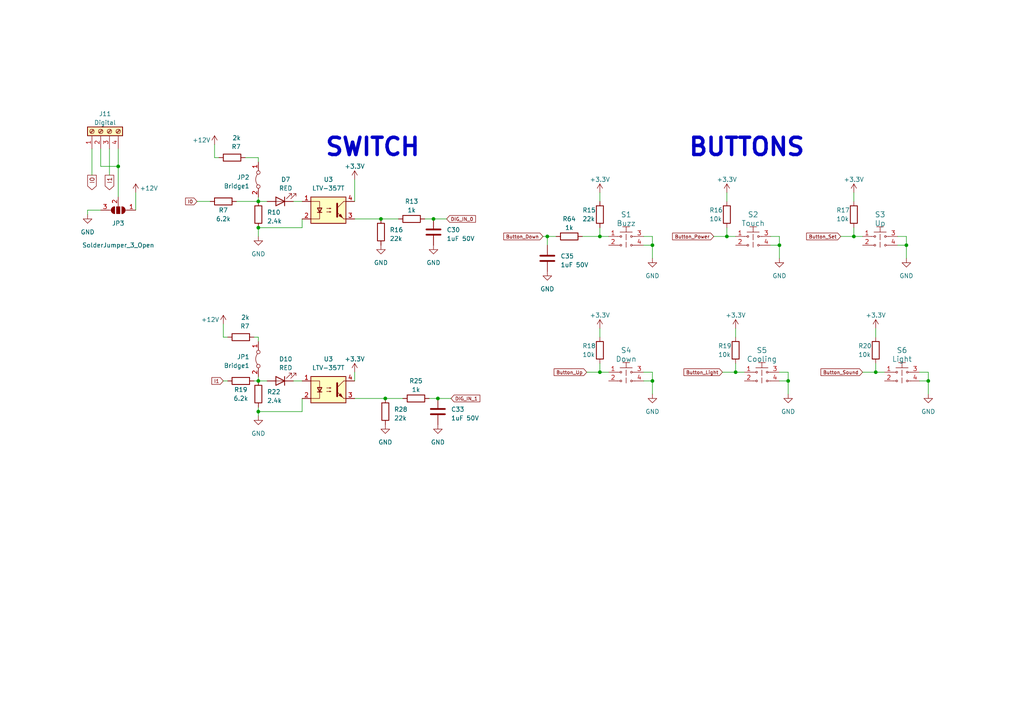
<source format=kicad_sch>
(kicad_sch (version 20230121) (generator eeschema)
  (paper "A4")
  (lib_symbols
    (symbol "1-Capacitor:C_0805" (pin_numbers hide) (pin_names (offset 0.254))
      (property "Reference" "C" (at 0.635 2.54 0))
      (property "Value" "C_0805" (at 0.635 -2.54 0))
      (symbol "C_0805_0_1"
        (polyline (pts (xy -2.032 -0.762) (xy 2.032 -0.762)) (stroke (width 0.508)))
        (polyline (pts (xy -2.032 0.762) (xy 2.032 0.762)) (stroke (width 0.508)))
      )
      (symbol "C_0805_1_1"
        (pin passive line (at 0 3.81 270) (length 2.794) (name "~") (number "1"))
        (pin passive line (at 0 -3.81 90) (length 2.794) (name "~") (number "2"))
      )
    )
    (symbol "1-Led:LED_0805" (pin_numbers hide) (pin_names (offset 1.016) hide)
      (property "Reference" "D" (at 0 2.54 0))
      (property "Value" "LED_0805" (at 0 -2.54 0))
      (symbol "LED_0805_0_1"
        (polyline (pts (xy -1.27 -1.27) (xy -1.27 1.27)) (stroke (width 0.254)))
        (polyline (pts (xy -1.27 0) (xy 1.27 0)))
        (polyline (pts (xy 1.27 -1.27) (xy 1.27 1.27) (xy -1.27 0) (xy 1.27 -1.27)) (stroke (width 0.254)))
        (polyline (pts (xy -3.048 -0.762) (xy -4.572 -2.286) (xy -3.81 -2.286) (xy -4.572 -2.286) (xy -4.572 -1.524)))
        (polyline (pts (xy -1.778 -0.762) (xy -3.302 -2.286) (xy -2.54 -2.286) (xy -3.302 -2.286) (xy -3.302 -1.524)))
      )
      (symbol "LED_0805_1_1"
        (pin passive line (at -3.81 0 0) (length 2.54) (name "K") (number "1"))
        (pin passive line (at 3.81 0 180) (length 2.54) (name "A") (number "2"))
      )
    )
    (symbol "1-Resistor:R_0603" (pin_numbers hide) (pin_names (offset 0))
      (property "Reference" "R" (at 2.032 0 90))
      (property "Value" "R_0603" (at -2.54 0 90))
      (symbol "R_0603_0_1"
        (rectangle (start -1.016 -2.54) (end 1.016 2.54) (stroke (width 0.254)))
      )
      (symbol "R_0603_1_1"
        (pin passive line (at 0 3.81 270) (length 1.27) (name "~") (number "1"))
        (pin passive line (at 0 -3.81 90) (length 1.27) (name "~") (number "2"))
      )
    )
    (symbol "1-Resistor:R_0805" (pin_numbers hide) (pin_names (offset 0))
      (property "Reference" "R" (at 2.032 0 90))
      (property "Value" "R_0805" (at -2.54 0 90))
      (symbol "R_0805_0_1"
        (rectangle (start -1.016 -2.54) (end 1.016 2.54) (stroke (width 0.254)))
      )
      (symbol "R_0805_1_1"
        (pin passive line (at 0 3.81 270) (length 1.27) (name "~") (number "1"))
        (pin passive line (at 0 -3.81 90) (length 1.27) (name "~") (number "2"))
      )
    )
    (symbol "1-Resistor:R_1206" (pin_numbers hide) (pin_names (offset 0))
      (property "Reference" "R" (at 2.032 0 90))
      (property "Value" "R_1206" (at -2.54 0 90))
      (symbol "R_1206_0_1"
        (rectangle (start -1.016 -2.54) (end 1.016 2.54) (stroke (width 0.254)))
      )
      (symbol "R_1206_1_1"
        (pin passive line (at 0 3.81 270) (length 1.27) (name "~") (number "1"))
        (pin passive line (at 0 -3.81 90) (length 1.27) (name "~") (number "2"))
      )
    )
    (symbol "1-Switch:SW_PUSH_12mm_H" (pin_names (offset 1.016))
      (property "Reference" "S" (at 0 4.064 0))
      (property "Value" "SW_PUSH_12mm_H" (at 0 -10.16 0))
      (symbol "SW_PUSH_12mm_H_0_1"
        (circle (center -1.524 -2.54) (radius 0.254))
        (circle (center -1.524 0) (radius 0.254))
        (polyline (pts (xy -2.54 -2.54) (xy -1.778 -2.54)))
        (polyline (pts (xy -2.54 0) (xy -1.778 0)))
        (polyline (pts (xy -1.778 1.27) (xy 1.778 1.27)))
        (polyline (pts (xy -1.016 2.794) (xy 1.016 2.794)))
        (polyline (pts (xy 0 1.27) (xy 0 2.794)))
        (polyline (pts (xy 2.54 -2.54) (xy 1.778 -2.54)))
        (polyline (pts (xy 2.54 0) (xy 1.778 0)))
        (polyline (pts (xy -0.0094 0.6603) (xy -0.0094 0.6603) (xy -0.0094 -3.1497)) (stroke (width 0) (type dash)))
        (circle (center 1.524 -2.54) (radius 0.254))
        (circle (center 1.524 0) (radius 0.254))
      )
      (symbol "SW_PUSH_12mm_H_1_1"
        (pin passive line (at -5.08 0 0) (length 2.54) (name "~") (number "1"))
        (pin passive line (at -5.08 -2.54 0) (length 2.54) (name "~") (number "2"))
        (pin passive line (at 5.08 0 180) (length 2.54) (name "~") (number "3"))
        (pin passive line (at 5.08 -2.54 180) (length 2.54) (name "~") (number "4"))
      )
    )
    (symbol "Connector:Screw_Terminal_01x04" (pin_names (offset 1.016) hide)
      (property "Reference" "J" (at 0 5.08 0))
      (property "Value" "Screw_Terminal_01x04" (at 0 -7.62 0))
      (symbol "Screw_Terminal_01x04_1_1"
        (rectangle (start -1.27 3.81) (end 1.27 -6.35) (stroke (width 0.254)) (fill (type background)))
        (circle (center 0 -5.08) (radius 0.635) (stroke (width 0.1524)))
        (circle (center 0 -2.54) (radius 0.635) (stroke (width 0.1524)))
        (polyline (pts (xy -0.5334 -4.7498) (xy 0.3302 -5.588)) (stroke (width 0.1524)))
        (polyline (pts (xy -0.5334 -2.2098) (xy 0.3302 -3.048)) (stroke (width 0.1524)))
        (polyline (pts (xy -0.5334 0.3302) (xy 0.3302 -0.508)) (stroke (width 0.1524)))
        (polyline (pts (xy -0.5334 2.8702) (xy 0.3302 2.032)) (stroke (width 0.1524)))
        (polyline (pts (xy -0.3556 -4.572) (xy 0.508 -5.4102)) (stroke (width 0.1524)))
        (polyline (pts (xy -0.3556 -2.032) (xy 0.508 -2.8702)) (stroke (width 0.1524)))
        (polyline (pts (xy -0.3556 0.508) (xy 0.508 -0.3302)) (stroke (width 0.1524)))
        (polyline (pts (xy -0.3556 3.048) (xy 0.508 2.2098)) (stroke (width 0.1524)))
        (circle (center 0 0) (radius 0.635) (stroke (width 0.1524)))
        (circle (center 0 2.54) (radius 0.635) (stroke (width 0.1524)))
        (pin passive line (at -5.08 2.54 0) (length 3.81) (name "Pin_1") (number "1"))
        (pin passive line (at -5.08 0 0) (length 3.81) (name "Pin_2") (number "2"))
        (pin passive line (at -5.08 -2.54 0) (length 3.81) (name "Pin_3") (number "3"))
        (pin passive line (at -5.08 -5.08 0) (length 3.81) (name "Pin_4") (number "4"))
      )
    )
    (symbol "Isolator:LTV-357T" (pin_names (offset 1.016))
      (property "Reference" "U" (at -5.334 4.826 0))
      (property "Value" "LTV-357T" (at 0 5.08 0))
      (symbol "LTV-357T_0_1"
        (rectangle (start -5.08 3.81) (end 5.08 -3.81) (stroke (width 0.254)) (fill (type background)))
        (polyline (pts (xy -3.175 -0.635) (xy -1.905 -0.635)) (stroke (width 0.254)))
        (polyline (pts (xy 2.54 0.635) (xy 4.445 2.54)))
        (polyline (pts (xy 4.445 -2.54) (xy 2.54 -0.635)) (fill (type outline)))
        (polyline (pts (xy 4.445 -2.54) (xy 5.08 -2.54)))
        (polyline (pts (xy 4.445 2.54) (xy 5.08 2.54)))
        (polyline (pts (xy -5.08 2.54) (xy -2.54 2.54) (xy -2.54 -0.762)))
        (polyline (pts (xy -2.54 -0.635) (xy -2.54 -2.54) (xy -5.08 -2.54)))
        (polyline (pts (xy 2.54 1.905) (xy 2.54 -1.905) (xy 2.54 -1.905)) (stroke (width 0.508)))
        (polyline (pts (xy -2.54 -0.635) (xy -3.175 0.635) (xy -1.905 0.635) (xy -2.54 -0.635)) (stroke (width 0.254)))
        (polyline (pts (xy -0.508 -0.508) (xy 0.762 -0.508) (xy 0.381 -0.635) (xy 0.381 -0.381) (xy 0.762 -0.508)))
        (polyline (pts (xy -0.508 0.508) (xy 0.762 0.508) (xy 0.381 0.381) (xy 0.381 0.635) (xy 0.762 0.508)))
        (polyline (pts (xy 3.048 -1.651) (xy 3.556 -1.143) (xy 4.064 -2.159) (xy 3.048 -1.651) (xy 3.048 -1.651)) (fill (type outline)))
      )
      (symbol "LTV-357T_1_1"
        (pin passive line (at -7.62 2.54 0) (length 2.54) (name "~") (number "1"))
        (pin passive line (at -7.62 -2.54 0) (length 2.54) (name "~") (number "2"))
        (pin passive line (at 7.62 -2.54 180) (length 2.54) (name "~") (number "3"))
        (pin passive line (at 7.62 2.54 180) (length 2.54) (name "~") (number "4"))
      )
    )
    (symbol "Jumper:Jumper_2_Bridged" (pin_names (offset 0) hide)
      (property "Reference" "JP" (at 0 1.905 0))
      (property "Value" "Jumper_2_Bridged" (at 0 -2.54 0))
      (symbol "Jumper_2_Bridged_0_0"
        (circle (center -2.032 0) (radius 0.508))
        (circle (center 2.032 0) (radius 0.508))
      )
      (symbol "Jumper_2_Bridged_0_1"
        (arc (start 1.524 0.254) (mid 0 0.762) (end -1.524 0.254))
      )
      (symbol "Jumper_2_Bridged_1_1"
        (pin passive line (at -5.08 0 0) (length 2.54) (name "A") (number "1"))
        (pin passive line (at 5.08 0 180) (length 2.54) (name "B") (number "2"))
      )
    )
    (symbol "Jumper:SolderJumper_3_Open" (pin_names (offset 0) hide)
      (property "Reference" "JP" (at -2.54 -2.54 0))
      (property "Value" "SolderJumper_3_Open" (at 0 2.794 0))
      (symbol "SolderJumper_3_Open_0_1"
        (arc (start -1.016 1.016) (mid -2.0276 0) (end -1.016 -1.016))
        (arc (start -1.016 1.016) (mid -2.0276 0) (end -1.016 -1.016) (fill (type outline)))
        (rectangle (start -0.508 1.016) (end 0.508 -1.016) (fill (type outline)))
        (polyline (pts (xy -2.54 0) (xy -2.032 0)))
        (polyline (pts (xy -1.016 1.016) (xy -1.016 -1.016)))
        (polyline (pts (xy 0 -1.27) (xy 0 -1.016)))
        (polyline (pts (xy 1.016 1.016) (xy 1.016 -1.016)))
        (polyline (pts (xy 2.54 0) (xy 2.032 0)))
        (arc (start 1.016 -1.016) (mid 2.0276 0) (end 1.016 1.016))
        (arc (start 1.016 -1.016) (mid 2.0276 0) (end 1.016 1.016) (fill (type outline)))
      )
      (symbol "SolderJumper_3_Open_1_1"
        (pin passive line (at -5.08 0 0) (length 2.54) (name "A") (number "1"))
        (pin passive line (at 0 -3.81 90) (length 2.54) (name "C") (number "2"))
        (pin passive line (at 5.08 0 180) (length 2.54) (name "B") (number "3"))
      )
    )
    (symbol "power:+12V" (power) (pin_names (offset 0))
      (property "Value" "+12V" (at 0 3.556 0))
      (symbol "+12V_0_1"
        (polyline (pts (xy -0.762 1.27) (xy 0 2.54)))
        (polyline (pts (xy 0 0) (xy 0 2.54)))
        (polyline (pts (xy 0 2.54) (xy 0.762 1.27)))
      )
      (symbol "+12V_1_1"
        (pin power_in line (at 0 0 90) (length 0) hide (name "+12V") (number "1"))
      )
    )
    (symbol "power:+3.3V" (power) (pin_names (offset 0))
      (property "Value" "+3.3V" (at 0 3.556 0))
      (symbol "+3.3V_0_1"
        (polyline (pts (xy -0.762 1.27) (xy 0 2.54)))
        (polyline (pts (xy 0 0) (xy 0 2.54)))
        (polyline (pts (xy 0 2.54) (xy 0.762 1.27)))
      )
      (symbol "+3.3V_1_1"
        (pin power_in line (at 0 0 90) (length 0) hide (name "+3.3V") (number "1"))
      )
    )
    (symbol "power:GND" (power) (pin_names (offset 0))
      (property "Value" "GND" (at 0 -3.81 0))
      (symbol "GND_0_1"
        (polyline (pts (xy 0 0) (xy 0 -1.27) (xy 1.27 -1.27) (xy 0 -2.54) (xy -1.27 -1.27) (xy 0 -1.27)))
      )
      (symbol "GND_1_1"
        (pin power_in line (at 0 0 270) (length 0) hide (name "GND") (number "1"))
      )
    )
  )
  (junction (at 189.23 71.12))
  (junction (at 110.49 63.5))
  (junction (at 158.75 68.58))
  (junction (at 127 115.57))
  (junction (at 213.36 107.95))
  (junction (at 210.82 68.58))
  (junction (at 111.76 115.57))
  (junction (at 34.29 48.26))
  (junction (at 74.93 119.38))
  (junction (at 173.99 107.95))
  (junction (at 228.6 110.49))
  (junction (at 262.89 71.12))
  (junction (at 74.93 110.49))
  (junction (at 125.73 63.5))
  (junction (at 173.99 68.58))
  (junction (at 247.65 68.58))
  (junction (at 254 107.95))
  (junction (at 74.93 58.42))
  (junction (at 226.06 71.12))
  (junction (at 189.23 110.49))
  (junction (at 269.24 110.49))
  (junction (at 74.93 66.04))
  (wire (pts (xy 209.55 107.95) (xy 213.36 107.95)))
  (wire (pts (xy 127 115.57) (xy 124.46 115.57)))
  (wire (pts (xy 110.49 63.5) (xy 102.87 63.5)))
  (wire (pts (xy 125.73 63.5) (xy 129.54 63.5)))
  (wire (pts (xy 87.63 119.38) (xy 74.93 119.38)))
  (wire (pts (xy 64.77 110.49) (xy 66.04 110.49)))
  (wire (pts (xy 260.35 71.12) (xy 262.89 71.12)))
  (wire (pts (xy 34.29 48.26) (xy 29.21 48.26)))
  (wire (pts (xy 87.63 63.5) (xy 87.63 66.04)))
  (wire (pts (xy 157.48 68.58) (xy 158.75 68.58)))
  (wire (pts (xy 262.89 71.12) (xy 262.89 74.93)))
  (wire (pts (xy 25.4 60.96) (xy 25.4 62.23)))
  (wire (pts (xy 213.36 107.95) (xy 213.36 105.41)))
  (wire (pts (xy 74.93 110.49) (xy 77.47 110.49)))
  (wire (pts (xy 250.19 107.95) (xy 254 107.95)))
  (wire (pts (xy 210.82 68.58) (xy 210.82 66.04)))
  (wire (pts (xy 173.99 107.95) (xy 173.99 105.41)))
  (wire (pts (xy 213.36 107.95) (xy 215.9 107.95)))
  (wire (pts (xy 158.75 68.58) (xy 161.29 68.58)))
  (wire (pts (xy 57.15 58.42) (xy 60.96 58.42)))
  (wire (pts (xy 26.67 43.18) (xy 26.67 50.8)))
  (wire (pts (xy 64.77 97.79) (xy 66.04 97.79)))
  (wire (pts (xy 115.57 63.5) (xy 110.49 63.5)))
  (wire (pts (xy 210.82 55.88) (xy 210.82 58.42)))
  (wire (pts (xy 266.7 107.95) (xy 269.24 107.95)))
  (wire (pts (xy 247.65 68.58) (xy 247.65 66.04)))
  (wire (pts (xy 247.65 68.58) (xy 250.19 68.58)))
  (wire (pts (xy 158.75 68.58) (xy 158.75 71.12)))
  (wire (pts (xy 186.69 71.12) (xy 189.23 71.12)))
  (wire (pts (xy 269.24 110.49) (xy 269.24 114.3)))
  (wire (pts (xy 186.69 68.58) (xy 189.23 68.58)))
  (wire (pts (xy 71.12 45.72) (xy 74.93 45.72)))
  (wire (pts (xy 68.58 58.42) (xy 74.93 58.42)))
  (wire (pts (xy 74.93 97.79) (xy 74.93 99.06)))
  (wire (pts (xy 213.36 95.25) (xy 213.36 97.79)))
  (wire (pts (xy 173.99 95.25) (xy 173.99 97.79)))
  (wire (pts (xy 87.63 115.57) (xy 87.63 119.38)))
  (wire (pts (xy 87.63 66.04) (xy 74.93 66.04)))
  (wire (pts (xy 74.93 45.72) (xy 74.93 46.99)))
  (wire (pts (xy 74.93 57.15) (xy 74.93 58.42)))
  (wire (pts (xy 173.99 68.58) (xy 176.53 68.58)))
  (wire (pts (xy 189.23 107.95) (xy 189.23 110.49)))
  (wire (pts (xy 102.87 107.95) (xy 102.87 110.49)))
  (wire (pts (xy 207.01 68.58) (xy 210.82 68.58)))
  (wire (pts (xy 189.23 71.12) (xy 189.23 74.93)))
  (wire (pts (xy 85.09 110.49) (xy 87.63 110.49)))
  (wire (pts (xy 168.91 68.58) (xy 173.99 68.58)))
  (wire (pts (xy 170.18 107.95) (xy 173.99 107.95)))
  (wire (pts (xy 269.24 107.95) (xy 269.24 110.49)))
  (wire (pts (xy 266.7 110.49) (xy 269.24 110.49)))
  (wire (pts (xy 74.93 118.11) (xy 74.93 119.38)))
  (wire (pts (xy 34.29 48.26) (xy 34.29 43.18)))
  (wire (pts (xy 223.52 71.12) (xy 226.06 71.12)))
  (wire (pts (xy 31.75 43.18) (xy 31.75 50.8)))
  (wire (pts (xy 173.99 107.95) (xy 176.53 107.95)))
  (wire (pts (xy 228.6 107.95) (xy 228.6 110.49)))
  (wire (pts (xy 226.06 110.49) (xy 228.6 110.49)))
  (wire (pts (xy 254 107.95) (xy 256.54 107.95)))
  (wire (pts (xy 254 95.25) (xy 254 97.79)))
  (wire (pts (xy 173.99 68.58) (xy 173.99 66.04)))
  (wire (pts (xy 111.76 115.57) (xy 102.87 115.57)))
  (wire (pts (xy 74.93 66.04) (xy 74.93 68.58)))
  (wire (pts (xy 116.84 115.57) (xy 111.76 115.57)))
  (wire (pts (xy 73.66 97.79) (xy 74.93 97.79)))
  (wire (pts (xy 39.37 55.88) (xy 39.37 60.96)))
  (wire (pts (xy 262.89 68.58) (xy 262.89 71.12)))
  (wire (pts (xy 254 107.95) (xy 254 105.41)))
  (wire (pts (xy 62.23 41.91) (xy 62.23 45.72)))
  (wire (pts (xy 243.84 68.58) (xy 247.65 68.58)))
  (wire (pts (xy 85.09 58.42) (xy 87.63 58.42)))
  (wire (pts (xy 223.52 68.58) (xy 226.06 68.58)))
  (wire (pts (xy 247.65 55.88) (xy 247.65 58.42)))
  (wire (pts (xy 130.81 115.57) (xy 127 115.57)))
  (wire (pts (xy 74.93 109.22) (xy 74.93 110.49)))
  (wire (pts (xy 34.29 48.26) (xy 34.29 57.15)))
  (wire (pts (xy 74.93 58.42) (xy 77.47 58.42)))
  (wire (pts (xy 189.23 68.58) (xy 189.23 71.12)))
  (wire (pts (xy 74.93 119.38) (xy 74.93 120.65)))
  (wire (pts (xy 62.23 45.72) (xy 63.5 45.72)))
  (wire (pts (xy 173.99 55.88) (xy 173.99 58.42)))
  (wire (pts (xy 189.23 110.49) (xy 189.23 114.3)))
  (wire (pts (xy 64.77 93.98) (xy 64.77 97.79)))
  (wire (pts (xy 29.21 60.96) (xy 25.4 60.96)))
  (wire (pts (xy 226.06 71.12) (xy 226.06 74.93)))
  (wire (pts (xy 210.82 68.58) (xy 213.36 68.58)))
  (wire (pts (xy 125.73 63.5) (xy 123.19 63.5)))
  (wire (pts (xy 226.06 107.95) (xy 228.6 107.95)))
  (wire (pts (xy 102.87 52.07) (xy 102.87 58.42)))
  (wire (pts (xy 73.66 110.49) (xy 74.93 110.49)))
  (wire (pts (xy 228.6 110.49) (xy 228.6 114.3)))
  (wire (pts (xy 186.69 107.95) (xy 189.23 107.95)))
  (wire (pts (xy 29.21 43.18) (xy 29.21 48.26)))
  (wire (pts (xy 226.06 68.58) (xy 226.06 71.12)))
  (wire (pts (xy 186.69 110.49) (xy 189.23 110.49)))
  (wire (pts (xy 260.35 68.58) (xy 262.89 68.58)))
  (text "BUTTONS" (at 199.39 45.72 0) (effects (font (size 5 5) (thickness 1) bold) (justify left bottom)))
  (text "SWITCH" (at 93.98 45.72 0) (effects (font (size 5 5) (thickness 1) bold) (justify left bottom)))
  (global_label "DIG_IN_0" (shape input) (at 129.54 63.5 0) (effects (font (size 1 1))) (property "Intersheetrefs" "${INTERSHEET_REFS}" (effects hide)))
  (global_label "I1" (shape input) (at 64.77 110.49 180) (effects (font (size 1 1))) (property "Intersheetrefs" "${INTERSHEET_REFS}" (effects hide)))
  (global_label "Button_Set" (shape input) (at 243.84 68.58 180) (effects (font (size 1 1))) (property "Intersheetrefs" "${INTERSHEET_REFS}" (effects hide)))
  (global_label "I0" (shape output) (at 26.67 50.8 270) (property "Intersheetrefs" "${INTERSHEET_REFS}" (effects hide)))
  (global_label "Button_Power" (shape input) (at 207.01 68.58 180) (effects (font (size 1 1))) (property "Intersheetrefs" "${INTERSHEET_REFS}" (effects hide)))
  (global_label "I0" (shape input) (at 57.15 58.42 180) (effects (font (size 1 1))) (property "Intersheetrefs" "${INTERSHEET_REFS}" (effects hide)))
  (global_label "Button_Sound" (shape input) (at 250.19 107.95 180) (effects (font (size 1 1))) (property "Intersheetrefs" "${INTERSHEET_REFS}" (effects hide)))
  (global_label "DIG_IN_1" (shape input) (at 130.81 115.57 0) (effects (font (size 1 1))) (property "Intersheetrefs" "${INTERSHEET_REFS}" (effects hide)))
  (global_label "Button_Light" (shape input) (at 209.55 107.95 180) (effects (font (size 1 1))) (property "Intersheetrefs" "${INTERSHEET_REFS}" (effects hide)))
  (global_label "Button_Down" (shape input) (at 157.48 68.58 180) (effects (font (size 1 1))) (property "Intersheetrefs" "${INTERSHEET_REFS}" (effects hide)))
  (global_label "I1" (shape output) (at 31.75 50.8 270) (property "Intersheetrefs" "${INTERSHEET_REFS}" (effects hide)))
  (global_label "Button_Up" (shape input) (at 170.18 107.95 180) (effects (font (size 1 1))) (property "Intersheetrefs" "${INTERSHEET_REFS}" (effects hide)))
  (symbol (lib_id "power:GND") (at 158.75 78.74 0) (unit 1)
    (property "Reference" "#PWR0104" (effects hide))
    (property "Value" "GND" (at 158.75 83.82 0))
  )
  (symbol (lib_id "1-Resistor:R_0603") (at 173.99 62.23 180) (unit 1)
    (property "Reference" "R15" (at 168.91 60.96 0) (effects (justify right)))
    (property "Value" "22k" (at 168.91 63.5 0) (effects (justify right)))
    (property "Footprint" "1-Resistor:R_0805_2012Metric" (effects hide))
  )
  (symbol (lib_id "1-Resistor:R_1206") (at 69.85 97.79 270) (unit 1)
    (property "Reference" "R7" (at 72.39 94.615 90) (effects (justify right)))
    (property "Value" "2k" (at 72.39 92.075 90) (effects (justify right)))
    (property "Footprint" "1-Resistor:R_0805_2012Metric" (effects hide))
    (instances (project "STM32_Esterilizador" (path "" (reference "R7") (unit 1))) (project "Controlador_Esterilizador_PCB" (path "" (reference "R?") (unit 1))) (project "ConsorcioMedico_Refrigeradora" (path "" (reference "R51") (unit 1))))
  )
  (symbol (lib_id "power:+3.3V") (at 102.87 107.95 0) (unit 1)
    (property "Reference" "#PWR071" (effects hide))
    (property "Value" "+3.3V" (at 102.87 104.14 0))
    (instances (project "STM32_Esterilizador" (path "" (reference "#PWR071") (unit 1))) (project "Controlador_Esterilizador_PCB" (path "" (reference "#PWR?") (unit 1))) (project "ConsorcioMedico_Refrigeradora" (path "" (reference "#PWR078") (unit 1))))
  )
  (symbol (lib_id "1-Switch:SW_PUSH_12mm_H") (at 255.27 68.58 0) (unit 1)
    (property "Reference" "S3" (at 255.27 62.23 0) (effects (font (size 1.524 1.524))))
    (property "Value" "Up" (at 255.27 64.77 0) (effects (font (size 1.524 1.524))))
    (property "Footprint" "1-Switch:SW_PUSH-12mm-H" (effects hide))
    (property "Datasheet" "https://www.ckswitches.com/media/1462/pts125.pdf" (effects hide))
    (property "Digi-Key_PN" "SW1020CT-ND" (effects hide))
    (property "MPN" "B3U-1000P" (effects hide))
    (property "Category" "Switches" (effects hide))
    (property "Family" "Tactile Switches" (effects hide))
    (property "DK_Datasheet_Link" "https://omronfs.omron.com/en_US/ecb/products/pdf/en-b3u.pdf" (effects hide))
    (property "DK_Detail_Page" "/product-detail/en/omron-electronics-inc-emc-div/B3U-1000P/SW1020CT-ND/1534357" (effects hide))
    (property "Description" "SWITCH TACTILE SPST-NO 0.05A 12V" (effects hide))
    (property "Manufacturer" "Omron Electronics Inc-EMC Div" (effects hide))
    (property "Status" "Active" (effects hide))
  )
  (symbol (lib_id "power:GND") (at 127 123.19 0) (unit 1)
    (property "Reference" "#PWR078" (effects hide))
    (property "Value" "GND" (at 127 128.27 0))
    (instances (project "STM32_Esterilizador" (path "" (reference "#PWR078") (unit 1))) (project "Controlador_Esterilizador_PCB" (path "" (reference "#PWR?") (unit 1)) (path "" (reference "#PWR?") (unit 1))) (project "ConsorcioMedico_Refrigeradora" (path "" (reference "#PWR081") (unit 1))))
  )
  (symbol (lib_id "1-Resistor:R_0603") (at 254 101.6 180) (unit 1)
    (property "Reference" "R20" (at 248.92 100.33 0) (effects (justify right)))
    (property "Value" "10k" (at 248.92 102.87 0) (effects (justify right)))
    (property "Footprint" "1-Resistor:R_0805_2012Metric" (effects hide))
  )
  (symbol (lib_id "1-Capacitor:C_0805") (at 125.73 67.31 0) (unit 1)
    (property "Reference" "C30" (at 129.54 66.675 0) (effects (justify left)))
    (property "Value" "1uF 50V" (at 129.54 69.215 0) (effects (justify left)))
    (property "Footprint" "1-Capacitor:C_0805_2012Metric" (effects hide))
    (instances (project "STM32_Esterilizador" (path "" (reference "C30") (unit 1))) (project "Controlador_Esterilizador_PCB" (path "" (reference "C?") (unit 1))) (project "ConsorcioMedico_Refrigeradora" (path "" (reference "C27") (unit 1))))
  )
  (symbol (lib_id "1-Led:LED_0805") (at 81.28 58.42 180) (unit 1)
    (property "Reference" "D7" (at 82.8675 52.07 0))
    (property "Value" "RED" (at 82.8675 54.61 0))
    (property "Footprint" "1-Led:LED_0805" (effects hide))
    (instances (project "STM32_Esterilizador" (path "" (reference "D7") (unit 1))) (project "Controlador_Esterilizador_PCB" (path "" (reference "D?") (unit 1))) (project "ConsorcioMedico_Refrigeradora" (path "" (reference "D11") (unit 1))))
  )
  (symbol (lib_id "Isolator:LTV-357T") (at 95.25 113.03 0) (unit 1)
    (property "Reference" "U3" (at 95.25 104.14 0))
    (property "Value" "LTV-357T" (at 95.25 106.68 0))
    (property "Footprint" "Package_SO:SO-4_4.4x3.6mm_P2.54mm" (effects hide))
    (property "Datasheet" "https://www.buerklin.com/medias/sys_master/download/download/h91/ha0/8892020588574.pdf" (effects hide))
    (instances (project "Medidor_Digital_Doble_FUENTE" (path "" (reference "U3") (unit 1))) (project "CIMU_Modulo_DI_24V_ISO" (path "" (reference "U1") (unit 1))) (project "ConsorcioMedico_Refrigeradora" (path "" (reference "U7") (unit 1))))
  )
  (symbol (lib_id "Jumper:Jumper_2_Bridged") (at 74.93 104.14 90) (mirror x) (unit 1)
    (property "Reference" "JP1" (at 72.39 103.505 90) (effects (justify left)))
    (property "Value" "Bridge1" (at 72.39 106.045 90) (effects (justify left)))
    (property "Footprint" "Jumper:SolderJumper-2_P1.3mm_Open_Pad1.0x1.5mm" (effects hide))
  )
  (symbol (lib_id "1-Resistor:R_0805") (at 119.38 63.5 90) (unit 1)
    (property "Reference" "R13" (at 119.38 58.42 90))
    (property "Value" "1k" (at 119.38 60.96 90))
    (property "Footprint" "1-Resistor:R_0805_2012Metric" (effects hide))
    (instances (project "STM32_Esterilizador" (path "" (reference "R13") (unit 1))) (project "Controlador_Esterilizador_PCB" (path "" (reference "R?") (unit 1))) (project "ConsorcioMedico_Refrigeradora" (path "" (reference "R44") (unit 1))))
  )
  (symbol (lib_id "1-Resistor:R_0805") (at 120.65 115.57 90) (unit 1)
    (property "Reference" "R25" (at 120.65 110.49 90))
    (property "Value" "1k" (at 120.65 113.03 90))
    (property "Footprint" "1-Resistor:R_0805_2012Metric" (effects hide))
    (instances (project "STM32_Esterilizador" (path "" (reference "R25") (unit 1))) (project "Controlador_Esterilizador_PCB" (path "" (reference "R?") (unit 1))) (project "ConsorcioMedico_Refrigeradora" (path "" (reference "R48") (unit 1))))
  )
  (symbol (lib_id "1-Resistor:R_0603") (at 247.65 62.23 180) (unit 1)
    (property "Reference" "R17" (at 242.57 60.96 0) (effects (justify right)))
    (property "Value" "10k" (at 242.57 63.5 0) (effects (justify right)))
    (property "Footprint" "1-Resistor:R_0805_2012Metric" (effects hide))
  )
  (symbol (lib_id "power:GND") (at 110.49 71.12 0) (unit 1)
    (property "Reference" "#PWR065" (effects hide))
    (property "Value" "GND" (at 110.49 76.2 0))
    (instances (project "STM32_Esterilizador" (path "" (reference "#PWR065") (unit 1))) (project "Controlador_Esterilizador_PCB" (path "" (reference "#PWR?") (unit 1)) (path "" (reference "#PWR?") (unit 1))) (project "ConsorcioMedico_Refrigeradora" (path "" (reference "#PWR076") (unit 1))))
  )
  (symbol (lib_id "power:+3.3V") (at 173.99 95.25 0) (unit 1)
    (property "Reference" "#PWR?" (effects hide))
    (property "Value" "+3.3V" (at 173.99 91.44 0))
    (instances (project "Sensor_v3_Mirror" (path "" (reference "#PWR?") (unit 1))) (project "STM32_Esterilizador" (path "" (reference "#PWR015") (unit 1))) (project "ConsorcioMedico_Refrigeradora" (path "" (reference "#PWR030") (unit 1))))
  )
  (symbol (lib_id "1-Resistor:R_1206") (at 69.85 110.49 90) (unit 1)
    (property "Reference" "R19" (at 69.85 113.03 90))
    (property "Value" "6.2k" (at 69.85 115.57 90))
    (property "Footprint" "1-Resistor:R_1206_3216Metric" (effects hide))
    (instances (project "STM32_Esterilizador" (path "" (reference "R19") (unit 1))) (project "Controlador_Esterilizador_PCB" (path "" (reference "R?") (unit 1))) (project "ConsorcioMedico_Refrigeradora" (path "" (reference "R46") (unit 1))))
  )
  (symbol (lib_id "1-Switch:SW_PUSH_12mm_H") (at 181.61 68.58 0) (unit 1)
    (property "Reference" "S1" (at 181.61 62.23 0) (effects (font (size 1.524 1.524))))
    (property "Value" "Buzz" (at 181.61 64.77 0) (effects (font (size 1.524 1.524))))
    (property "Footprint" "1-Switch:SW_PUSH-12mm-H" (effects hide))
    (property "Datasheet" "https://www.ckswitches.com/media/1462/pts125.pdf" (effects hide))
    (property "Digi-Key_PN" "SW1020CT-ND" (effects hide))
    (property "MPN" "B3U-1000P" (effects hide))
    (property "Category" "Switches" (effects hide))
    (property "Family" "Tactile Switches" (effects hide))
    (property "DK_Datasheet_Link" "https://omronfs.omron.com/en_US/ecb/products/pdf/en-b3u.pdf" (effects hide))
    (property "DK_Detail_Page" "/product-detail/en/omron-electronics-inc-emc-div/B3U-1000P/SW1020CT-ND/1534357" (effects hide))
    (property "Description" "SWITCH TACTILE SPST-NO 0.05A 12V" (effects hide))
    (property "Manufacturer" "Omron Electronics Inc-EMC Div" (effects hide))
    (property "Status" "Active" (effects hide))
  )
  (symbol (lib_id "1-Switch:SW_PUSH_12mm_H") (at 261.62 107.95 0) (unit 1)
    (property "Reference" "S6" (at 261.62 101.6 0) (effects (font (size 1.524 1.524))))
    (property "Value" "Light" (at 261.62 104.14 0) (effects (font (size 1.524 1.524))))
    (property "Footprint" "1-Switch:SW_PUSH-12mm-H" (effects hide))
    (property "Datasheet" "https://www.ckswitches.com/media/1462/pts125.pdf" (effects hide))
    (property "Digi-Key_PN" "SW1020CT-ND" (effects hide))
    (property "MPN" "B3U-1000P" (effects hide))
    (property "Category" "Switches" (effects hide))
    (property "Family" "Tactile Switches" (effects hide))
    (property "DK_Datasheet_Link" "https://omronfs.omron.com/en_US/ecb/products/pdf/en-b3u.pdf" (effects hide))
    (property "DK_Detail_Page" "/product-detail/en/omron-electronics-inc-emc-div/B3U-1000P/SW1020CT-ND/1534357" (effects hide))
    (property "Description" "SWITCH TACTILE SPST-NO 0.05A 12V" (effects hide))
    (property "Manufacturer" "Omron Electronics Inc-EMC Div" (effects hide))
    (property "Status" "Active" (effects hide))
  )
  (symbol (lib_id "power:+12V") (at 64.77 93.98 0) (unit 1)
    (property "Reference" "#PWR086" (effects hide))
    (property "Value" "+12V" (at 60.96 92.71 0))
  )
  (symbol (lib_id "1-Resistor:R_0805") (at 165.1 68.58 90) (unit 1)
    (property "Reference" "R64" (at 165.1 63.5 90))
    (property "Value" "1k" (at 165.1 66.04 90))
    (property "Footprint" "1-Resistor:R_0805_2012Metric" (effects hide))
  )
  (symbol (lib_id "power:GND") (at 269.24 114.3 0) (unit 1)
    (property "Reference" "#PWR?" (effects hide))
    (property "Value" "GND" (at 269.24 119.38 0))
    (instances (project "Sensor_v3_Mirror" (path "" (reference "#PWR?") (unit 1))) (project "STM32_Esterilizador" (path "" (reference "#PWR017") (unit 1))) (project "ConsorcioMedico_Refrigeradora" (path "" (reference "#PWR035") (unit 1))))
  )
  (symbol (lib_id "1-Resistor:R_0805") (at 74.93 114.3 0) (unit 1)
    (property "Reference" "R22" (at 77.47 113.665 0) (effects (justify left)))
    (property "Value" "2.4k" (at 77.47 116.205 0) (effects (justify left)))
    (property "Footprint" "1-Resistor:R_0805_2012Metric" (effects hide))
    (instances (project "STM32_Esterilizador" (path "" (reference "R22") (unit 1))) (project "Controlador_Esterilizador_PCB" (path "" (reference "R?") (unit 1))) (project "ConsorcioMedico_Refrigeradora" (path "" (reference "R47") (unit 1))))
  )
  (symbol (lib_id "power:+12V") (at 62.23 41.91 0) (unit 1)
    (property "Reference" "#PWR037" (effects hide))
    (property "Value" "+12V" (at 58.42 40.64 0))
  )
  (symbol (lib_id "power:GND") (at 74.93 120.65 0) (unit 1)
    (property "Reference" "#PWR074" (effects hide))
    (property "Value" "GND" (at 74.93 125.73 0))
    (instances (project "STM32_Esterilizador" (path "" (reference "#PWR074") (unit 1))) (project "Controlador_Esterilizador_PCB" (path "" (reference "#PWR?") (unit 1)) (path "" (reference "#PWR?") (unit 1))) (project "ConsorcioMedico_Refrigeradora" (path "" (reference "#PWR079") (unit 1))))
  )
  (symbol (lib_id "power:GND") (at 189.23 74.93 0) (unit 1)
    (property "Reference" "#PWR?" (effects hide))
    (property "Value" "GND" (at 189.23 80.01 0))
    (instances (project "Sensor_v3_Mirror" (path "" (reference "#PWR?") (unit 1))) (project "STM32_Esterilizador" (path "" (reference "#PWR017") (unit 1))) (project "ConsorcioMedico_Refrigeradora" (path "" (reference "#PWR027") (unit 1))))
  )
  (symbol (lib_id "power:GND") (at 74.93 68.58 0) (unit 1)
    (property "Reference" "#PWR064" (effects hide))
    (property "Value" "GND" (at 74.93 73.66 0))
    (instances (project "STM32_Esterilizador" (path "" (reference "#PWR064") (unit 1))) (project "Controlador_Esterilizador_PCB" (path "" (reference "#PWR?") (unit 1)) (path "" (reference "#PWR?") (unit 1))) (project "ConsorcioMedico_Refrigeradora" (path "" (reference "#PWR075") (unit 1))))
  )
  (symbol (lib_id "power:GND") (at 125.73 71.12 0) (unit 1)
    (property "Reference" "#PWR066" (effects hide))
    (property "Value" "GND" (at 125.73 76.2 0))
    (instances (project "STM32_Esterilizador" (path "" (reference "#PWR066") (unit 1))) (project "Controlador_Esterilizador_PCB" (path "" (reference "#PWR?") (unit 1)) (path "" (reference "#PWR?") (unit 1))) (project "ConsorcioMedico_Refrigeradora" (path "" (reference "#PWR077") (unit 1))))
  )
  (symbol (lib_id "power:+3.3V") (at 102.87 52.07 0) (unit 1)
    (property "Reference" "#PWR059" (effects hide))
    (property "Value" "+3.3V" (at 102.87 48.26 0))
    (instances (project "STM32_Esterilizador" (path "" (reference "#PWR059") (unit 1))) (project "Controlador_Esterilizador_PCB" (path "" (reference "#PWR?") (unit 1))) (project "ConsorcioMedico_Refrigeradora" (path "" (reference "#PWR074") (unit 1))))
  )
  (symbol (lib_id "1-Switch:SW_PUSH_12mm_H") (at 218.44 68.58 0) (unit 1)
    (property "Reference" "S2" (at 218.44 62.23 0) (effects (font (size 1.524 1.524))))
    (property "Value" "Touch" (at 218.44 64.77 0) (effects (font (size 1.524 1.524))))
    (property "Footprint" "1-Switch:SW_PUSH-12mm-H" (effects hide))
    (property "Datasheet" "https://www.ckswitches.com/media/1462/pts125.pdf" (effects hide))
    (property "Digi-Key_PN" "SW1020CT-ND" (effects hide))
    (property "MPN" "B3U-1000P" (effects hide))
    (property "Category" "Switches" (effects hide))
    (property "Family" "Tactile Switches" (effects hide))
    (property "DK_Datasheet_Link" "https://omronfs.omron.com/en_US/ecb/products/pdf/en-b3u.pdf" (effects hide))
    (property "DK_Detail_Page" "/product-detail/en/omron-electronics-inc-emc-div/B3U-1000P/SW1020CT-ND/1534357" (effects hide))
    (property "Description" "SWITCH TACTILE SPST-NO 0.05A 12V" (effects hide))
    (property "Manufacturer" "Omron Electronics Inc-EMC Div" (effects hide))
    (property "Status" "Active" (effects hide))
  )
  (symbol (lib_id "Jumper:SolderJumper_3_Open") (at 34.29 60.96 180) (unit 1)
    (property "Reference" "JP3" (at 34.29 64.77 0))
    (property "Value" "SolderJumper_3_Open" (at 34.29 71.12 0))
    (property "Footprint" "1-Jumper:SolderJumper-3_P1.3mm_Open_RoundedPad1.0x1.5mm" (effects hide))
  )
  (symbol (lib_id "power:GND") (at 111.76 123.19 0) (unit 1)
    (property "Reference" "#PWR077" (effects hide))
    (property "Value" "GND" (at 111.76 128.27 0))
    (instances (project "STM32_Esterilizador" (path "" (reference "#PWR077") (unit 1))) (project "Controlador_Esterilizador_PCB" (path "" (reference "#PWR?") (unit 1)) (path "" (reference "#PWR?") (unit 1))) (project "ConsorcioMedico_Refrigeradora" (path "" (reference "#PWR080") (unit 1))))
  )
  (symbol (lib_id "Jumper:Jumper_2_Bridged") (at 74.93 52.07 90) (mirror x) (unit 1)
    (property "Reference" "JP2" (at 72.39 51.435 90) (effects (justify left)))
    (property "Value" "Bridge1" (at 72.39 53.975 90) (effects (justify left)))
    (property "Footprint" "Jumper:SolderJumper-2_P1.3mm_Open_Pad1.0x1.5mm" (effects hide))
  )
  (symbol (lib_id "power:GND") (at 226.06 74.93 0) (unit 1)
    (property "Reference" "#PWR?" (effects hide))
    (property "Value" "GND" (at 226.06 80.01 0))
    (instances (project "Sensor_v3_Mirror" (path "" (reference "#PWR?") (unit 1))) (project "STM32_Esterilizador" (path "" (reference "#PWR017") (unit 1))) (project "ConsorcioMedico_Refrigeradora" (path "" (reference "#PWR028") (unit 1))))
  )
  (symbol (lib_id "1-Switch:SW_PUSH_12mm_H") (at 181.61 107.95 0) (unit 1)
    (property "Reference" "S4" (at 181.61 101.6 0) (effects (font (size 1.524 1.524))))
    (property "Value" "Down" (at 181.61 104.14 0) (effects (font (size 1.524 1.524))))
    (property "Footprint" "1-Switch:SW_PUSH-12mm-H" (effects hide))
    (property "Datasheet" "https://www.ckswitches.com/media/1462/pts125.pdf" (effects hide))
    (property "Digi-Key_PN" "SW1020CT-ND" (effects hide))
    (property "MPN" "B3U-1000P" (effects hide))
    (property "Category" "Switches" (effects hide))
    (property "Family" "Tactile Switches" (effects hide))
    (property "DK_Datasheet_Link" "https://omronfs.omron.com/en_US/ecb/products/pdf/en-b3u.pdf" (effects hide))
    (property "DK_Detail_Page" "/product-detail/en/omron-electronics-inc-emc-div/B3U-1000P/SW1020CT-ND/1534357" (effects hide))
    (property "Description" "SWITCH TACTILE SPST-NO 0.05A 12V" (effects hide))
    (property "Manufacturer" "Omron Electronics Inc-EMC Div" (effects hide))
    (property "Status" "Active" (effects hide))
  )
  (symbol (lib_id "1-Resistor:R_0603") (at 213.36 101.6 180) (unit 1)
    (property "Reference" "R19" (at 208.28 100.33 0) (effects (justify right)))
    (property "Value" "10k" (at 208.28 102.87 0) (effects (justify right)))
    (property "Footprint" "1-Resistor:R_0805_2012Metric" (effects hide))
  )
  (symbol (lib_id "power:GND") (at 262.89 74.93 0) (unit 1)
    (property "Reference" "#PWR?" (effects hide))
    (property "Value" "GND" (at 262.89 80.01 0))
    (instances (project "Sensor_v3_Mirror" (path "" (reference "#PWR?") (unit 1))) (project "STM32_Esterilizador" (path "" (reference "#PWR017") (unit 1))) (project "ConsorcioMedico_Refrigeradora" (path "" (reference "#PWR029") (unit 1))))
  )
  (symbol (lib_id "1-Resistor:R_1206") (at 67.31 45.72 270) (unit 1)
    (property "Reference" "R7" (at 69.85 42.545 90) (effects (justify right)))
    (property "Value" "2k" (at 69.85 40.005 90) (effects (justify right)))
    (property "Footprint" "1-Resistor:R_0805_2012Metric" (effects hide))
    (instances (project "STM32_Esterilizador" (path "" (reference "R7") (unit 1))) (project "Controlador_Esterilizador_PCB" (path "" (reference "R?") (unit 1))) (project "ConsorcioMedico_Refrigeradora" (path "" (reference "R50") (unit 1))))
  )
  (symbol (lib_id "power:+3.3V") (at 247.65 55.88 0) (unit 1)
    (property "Reference" "#PWR?" (effects hide))
    (property "Value" "+3.3V" (at 247.65 52.07 0))
    (instances (project "Sensor_v3_Mirror" (path "" (reference "#PWR?") (unit 1))) (project "STM32_Esterilizador" (path "" (reference "#PWR015") (unit 1))) (project "ConsorcioMedico_Refrigeradora" (path "" (reference "#PWR026") (unit 1))))
  )
  (symbol (lib_id "1-Led:LED_0805") (at 81.28 110.49 180) (unit 1)
    (property "Reference" "D10" (at 82.8675 104.14 0))
    (property "Value" "RED" (at 82.8675 106.68 0))
    (property "Footprint" "1-Led:LED_0805" (effects hide))
    (instances (project "STM32_Esterilizador" (path "" (reference "D10") (unit 1))) (project "Controlador_Esterilizador_PCB" (path "" (reference "D?") (unit 1))) (project "ConsorcioMedico_Refrigeradora" (path "" (reference "D12") (unit 1))))
  )
  (symbol (lib_id "1-Resistor:R_0805") (at 74.93 62.23 0) (unit 1)
    (property "Reference" "R10" (at 77.47 61.595 0) (effects (justify left)))
    (property "Value" "2.4k" (at 77.47 64.135 0) (effects (justify left)))
    (property "Footprint" "1-Resistor:R_0805_2012Metric" (effects hide))
    (instances (project "STM32_Esterilizador" (path "" (reference "R10") (unit 1))) (project "Controlador_Esterilizador_PCB" (path "" (reference "R?") (unit 1))) (project "ConsorcioMedico_Refrigeradora" (path "" (reference "R43") (unit 1))))
  )
  (symbol (lib_id "1-Switch:SW_PUSH_12mm_H") (at 220.98 107.95 0) (unit 1)
    (property "Reference" "S5" (at 220.98 101.6 0) (effects (font (size 1.524 1.524))))
    (property "Value" "Cooling" (at 220.98 104.14 0) (effects (font (size 1.524 1.524))))
    (property "Footprint" "1-Switch:SW_PUSH-12mm-H" (effects hide))
    (property "Datasheet" "https://www.ckswitches.com/media/1462/pts125.pdf" (effects hide))
    (property "Digi-Key_PN" "SW1020CT-ND" (effects hide))
    (property "MPN" "B3U-1000P" (effects hide))
    (property "Category" "Switches" (effects hide))
    (property "Family" "Tactile Switches" (effects hide))
    (property "DK_Datasheet_Link" "https://omronfs.omron.com/en_US/ecb/products/pdf/en-b3u.pdf" (effects hide))
    (property "DK_Detail_Page" "/product-detail/en/omron-electronics-inc-emc-div/B3U-1000P/SW1020CT-ND/1534357" (effects hide))
    (property "Description" "SWITCH TACTILE SPST-NO 0.05A 12V" (effects hide))
    (property "Manufacturer" "Omron Electronics Inc-EMC Div" (effects hide))
    (property "Status" "Active" (effects hide))
  )
  (symbol (lib_id "power:+3.3V") (at 210.82 55.88 0) (unit 1)
    (property "Reference" "#PWR?" (effects hide))
    (property "Value" "+3.3V" (at 210.82 52.07 0))
    (instances (project "Sensor_v3_Mirror" (path "" (reference "#PWR?") (unit 1))) (project "STM32_Esterilizador" (path "" (reference "#PWR015") (unit 1))) (project "ConsorcioMedico_Refrigeradora" (path "" (reference "#PWR025") (unit 1))))
  )
  (symbol (lib_id "power:+3.3V") (at 254 95.25 0) (unit 1)
    (property "Reference" "#PWR?" (effects hide))
    (property "Value" "+3.3V" (at 254 91.44 0))
    (instances (project "Sensor_v3_Mirror" (path "" (reference "#PWR?") (unit 1))) (project "STM32_Esterilizador" (path "" (reference "#PWR015") (unit 1))) (project "ConsorcioMedico_Refrigeradora" (path "" (reference "#PWR032") (unit 1))))
  )
  (symbol (lib_id "1-Resistor:R_0805") (at 111.76 119.38 0) (unit 1)
    (property "Reference" "R28" (at 114.3 118.745 0) (effects (justify left)))
    (property "Value" "22k" (at 114.3 121.285 0) (effects (justify left)))
    (property "Footprint" "1-Resistor:R_0805_2012Metric" (effects hide))
    (instances (project "STM32_Esterilizador" (path "" (reference "R28") (unit 1))) (project "Controlador_Esterilizador_PCB" (path "" (reference "R?") (unit 1))) (project "ConsorcioMedico_Refrigeradora" (path "" (reference "R49") (unit 1))))
  )
  (symbol (lib_id "Isolator:LTV-357T") (at 95.25 60.96 0) (unit 1)
    (property "Reference" "U3" (at 95.25 52.07 0))
    (property "Value" "LTV-357T" (at 95.25 54.61 0))
    (property "Footprint" "Package_SO:SO-4_4.4x3.6mm_P2.54mm" (effects hide))
    (property "Datasheet" "https://www.buerklin.com/medias/sys_master/download/download/h91/ha0/8892020588574.pdf" (effects hide))
    (instances (project "Medidor_Digital_Doble_FUENTE" (path "" (reference "U3") (unit 1))) (project "CIMU_Modulo_DI_24V_ISO" (path "" (reference "U1") (unit 1))) (project "ConsorcioMedico_Refrigeradora" (path "" (reference "U6") (unit 1))))
  )
  (symbol (lib_id "power:+12V") (at 39.37 55.88 0) (mirror y) (unit 1)
    (property "Reference" "#PWR0103" (effects hide))
    (property "Value" "+12V" (at 43.18 54.61 0))
  )
  (symbol (lib_id "1-Capacitor:C_0805") (at 158.75 74.93 0) (unit 1)
    (property "Reference" "C35" (at 162.56 74.295 0) (effects (justify left)))
    (property "Value" "1uF 50V" (at 162.56 76.835 0) (effects (justify left)))
    (property "Footprint" "1-Capacitor:C_0805_2012Metric" (effects hide))
  )
  (symbol (lib_id "power:GND") (at 25.4 62.23 0) (unit 1)
    (property "Reference" "#PWR0298" (effects hide))
    (property "Value" "GND" (at 25.4 67.31 0))
    (instances (project "STM32_Esterilizador" (path "" (reference "#PWR0298") (unit 1))) (project "Controlador_Esterilizador_PCB" (path "" (reference "#PWR?") (unit 1)) (path "" (reference "#PWR?") (unit 1))) (project "ConsorcioMedico_Refrigeradora" (path "" (reference "#PWR082") (unit 1))))
  )
  (symbol (lib_id "1-Resistor:R_1206") (at 64.77 58.42 90) (unit 1)
    (property "Reference" "R7" (at 64.77 60.96 90))
    (property "Value" "6.2k" (at 64.77 63.5 90))
    (property "Footprint" "1-Resistor:R_1206_3216Metric" (effects hide))
    (instances (project "STM32_Esterilizador" (path "" (reference "R7") (unit 1))) (project "Controlador_Esterilizador_PCB" (path "" (reference "R?") (unit 1))) (project "ConsorcioMedico_Refrigeradora" (path "" (reference "R42") (unit 1))))
  )
  (symbol (lib_id "power:GND") (at 189.23 114.3 0) (unit 1)
    (property "Reference" "#PWR?" (effects hide))
    (property "Value" "GND" (at 189.23 119.38 0))
    (instances (project "Sensor_v3_Mirror" (path "" (reference "#PWR?") (unit 1))) (project "STM32_Esterilizador" (path "" (reference "#PWR017") (unit 1))) (project "ConsorcioMedico_Refrigeradora" (path "" (reference "#PWR033") (unit 1))))
  )
  (symbol (lib_id "power:+3.3V") (at 213.36 95.25 0) (unit 1)
    (property "Reference" "#PWR?" (effects hide))
    (property "Value" "+3.3V" (at 213.36 91.44 0))
    (instances (project "Sensor_v3_Mirror" (path "" (reference "#PWR?") (unit 1))) (project "STM32_Esterilizador" (path "" (reference "#PWR015") (unit 1))) (project "ConsorcioMedico_Refrigeradora" (path "" (reference "#PWR031") (unit 1))))
  )
  (symbol (lib_id "1-Resistor:R_0805") (at 110.49 67.31 0) (unit 1)
    (property "Reference" "R16" (at 113.03 66.675 0) (effects (justify left)))
    (property "Value" "22k" (at 113.03 69.215 0) (effects (justify left)))
    (property "Footprint" "1-Resistor:R_0805_2012Metric" (effects hide))
    (instances (project "STM32_Esterilizador" (path "" (reference "R16") (unit 1))) (project "Controlador_Esterilizador_PCB" (path "" (reference "R?") (unit 1))) (project "ConsorcioMedico_Refrigeradora" (path "" (reference "R45") (unit 1))))
  )
  (symbol (lib_id "power:GND") (at 228.6 114.3 0) (unit 1)
    (property "Reference" "#PWR?" (effects hide))
    (property "Value" "GND" (at 228.6 119.38 0))
    (instances (project "Sensor_v3_Mirror" (path "" (reference "#PWR?") (unit 1))) (project "STM32_Esterilizador" (path "" (reference "#PWR017") (unit 1))) (project "ConsorcioMedico_Refrigeradora" (path "" (reference "#PWR034") (unit 1))))
  )
  (symbol (lib_id "1-Resistor:R_0603") (at 173.99 101.6 180) (unit 1)
    (property "Reference" "R18" (at 168.91 100.33 0) (effects (justify right)))
    (property "Value" "10k" (at 168.91 102.87 0) (effects (justify right)))
    (property "Footprint" "1-Resistor:R_0805_2012Metric" (effects hide))
  )
  (symbol (lib_id "Connector:Screw_Terminal_01x04") (at 29.21 38.1 90) (unit 1)
    (property "Reference" "J11" (at 30.48 33.02 90))
    (property "Value" "Digital" (at 30.48 35.56 90))
    (property "Footprint" "1-Terminal-Block:Terminal-Block_XY2500V-B_4P_P5.0mm_XINYA" (effects hide))
  )
  (symbol (lib_id "1-Resistor:R_0603") (at 210.82 62.23 180) (unit 1)
    (property "Reference" "R16" (at 205.74 60.96 0) (effects (justify right)))
    (property "Value" "10k" (at 205.74 63.5 0) (effects (justify right)))
    (property "Footprint" "1-Resistor:R_0805_2012Metric" (effects hide))
  )
  (symbol (lib_id "power:+3.3V") (at 173.99 55.88 0) (unit 1)
    (property "Reference" "#PWR?" (effects hide))
    (property "Value" "+3.3V" (at 173.99 52.07 0))
    (instances (project "Sensor_v3_Mirror" (path "" (reference "#PWR?") (unit 1))) (project "STM32_Esterilizador" (path "" (reference "#PWR015") (unit 1))) (project "ConsorcioMedico_Refrigeradora" (path "" (reference "#PWR024") (unit 1))))
  )
  (symbol (lib_id "1-Capacitor:C_0805") (at 127 119.38 0) (unit 1)
    (property "Reference" "C33" (at 130.81 118.745 0) (effects (justify left)))
    (property "Value" "1uF 50V" (at 130.81 121.285 0) (effects (justify left)))
    (property "Footprint" "1-Capacitor:C_0805_2012Metric" (effects hide))
    (instances (project "STM32_Esterilizador" (path "" (reference "C33") (unit 1))) (project "Controlador_Esterilizador_PCB" (path "" (reference "C?") (unit 1))) (project "ConsorcioMedico_Refrigeradora" (path "" (reference "C28") (unit 1))))
  )
)
</source>
